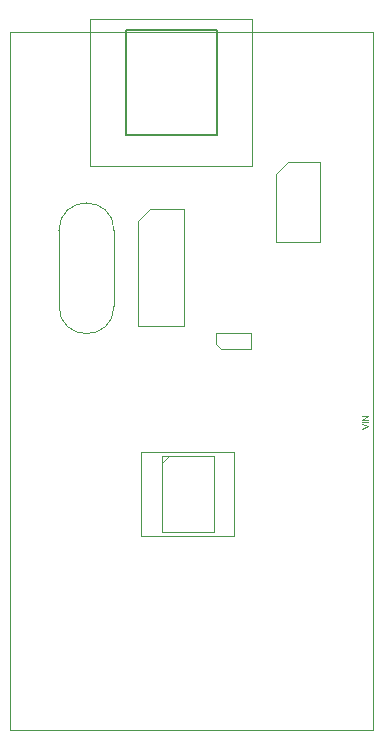
<source format=gbr>
G04 DipTrace 4.0.0.3*
G04 TopAssembly.gbr*
%MOIN*%
G04 #@! TF.FileFunction,Drawing,Top*
G04 #@! TF.Part,Single*
%ADD10C,0.004724*%
%ADD12C,0.001969*%
%ADD26C,0.003937*%
%ADD27C,0.007874*%
%ADD58C,0.003088*%
%FSLAX26Y26*%
G04*
G70*
G90*
G75*
G01*
G04 TopAssy*
%LPD*%
X1098272Y1663907D2*
D10*
X1079899Y1682279D1*
X1079898Y1719025D1*
X1198008Y1719028D1*
X1198010Y1663910D1*
X1098272Y1663907D1*
X832430Y1321370D2*
D12*
X1141486D1*
Y1041843D1*
X832430D1*
Y1321370D1*
X900344Y1309559D2*
D26*
X1073572D1*
Y1053654D1*
X900344D1*
Y1309559D1*
Y1283969D2*
X925934Y1309559D1*
X975072Y2131722D2*
D10*
Y1741958D1*
X821529D1*
Y2092352D1*
X860899Y2131722D1*
X975072D1*
X1084367Y2380127D2*
D27*
X780430D1*
Y2726978D1*
X1084367D1*
Y2380127D1*
X1202478Y2275993D2*
D26*
X662320D1*
Y2766348D1*
X1202478D1*
Y2275993D1*
X1282345Y2248381D2*
D10*
X1321714Y2287752D1*
X1428801Y2287755D1*
X1428808Y2023188D1*
X1282351Y2023185D1*
X1282345Y2248381D1*
X557462Y1808259D2*
Y2060227D1*
X740927Y1808259D2*
Y2060227D1*
X557462Y1808259D2*
G03X740927Y1808259I91732J0D01*
G01*
X557462Y2060227D2*
G02X740927Y2060227I91732J0D01*
G01*
X1567410Y1399821D2*
D58*
X1587506Y1407471D1*
X1567410Y1415120D1*
Y1421296D2*
X1587506D1*
X1567410Y1440869D2*
X1587506D1*
X1567410Y1427471D1*
X1587506D1*
X393701Y2722701D2*
D10*
X1603701D1*
Y393701D1*
X393701Y393715D1*
Y2722701D1*
M02*

</source>
